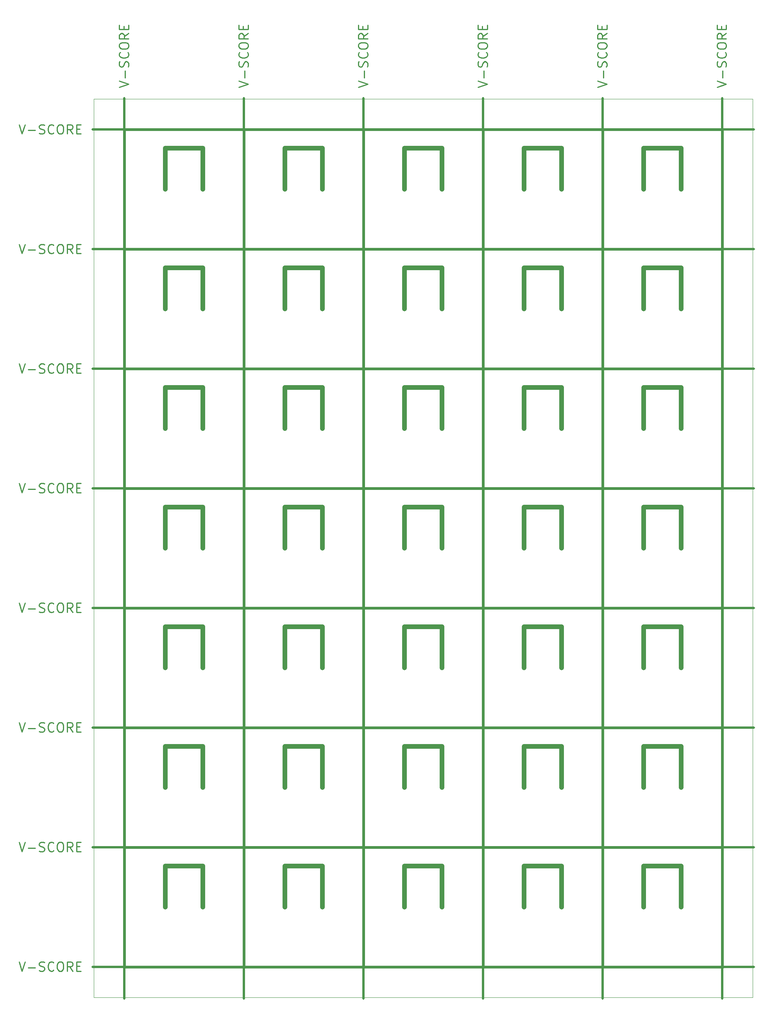
<source format=gko>
%TF.GenerationSoftware,KiCad,Pcbnew,9.0.2*%
%TF.CreationDate,2025-07-22T09:56:55-06:00*%
%TF.ProjectId,SparkFun_STC31_panelized,53706172-6b46-4756-9e5f-53544333315f,v10*%
%TF.SameCoordinates,Original*%
%TF.FileFunction,Soldermask,Bot*%
%TF.FilePolarity,Negative*%
%FSLAX46Y46*%
G04 Gerber Fmt 4.6, Leading zero omitted, Abs format (unit mm)*
G04 Created by KiCad (PCBNEW 9.0.2) date 2025-07-22 09:56:55*
%MOMM*%
%LPD*%
G01*
G04 APERTURE LIST*
%TA.AperFunction,Profile*%
%ADD10C,0.100000*%
%TD*%
%ADD11C,0.250000*%
%ADD12C,0.500000*%
%ADD13C,1.016000*%
G04 APERTURE END LIST*
D10*
X-500000Y-500000D02*
X-500000Y181300000D01*
X129500000Y-500000D02*
X-500000Y-500000D01*
X129500000Y181300000D02*
X129500000Y-500000D01*
X-500000Y181300000D02*
X129500000Y181300000D01*
X-6850000Y-6850000D02*
X-6850000Y187650000D01*
X135850000Y-6850000D02*
X-6850000Y-6850000D01*
X135850000Y187650000D02*
X135850000Y-6850000D01*
X-6850000Y187650000D02*
X135850000Y187650000D01*
X103600000Y180800000D02*
X129000000Y180800000D01*
X129000000Y155400000D01*
X103600000Y155400000D01*
X103600000Y180800000D01*
X103600000Y154900000D02*
X129000000Y154900000D01*
X129000000Y129500000D01*
X103600000Y129500000D01*
X103600000Y154900000D01*
X103600000Y129000000D02*
X129000000Y129000000D01*
X129000000Y103600000D01*
X103600000Y103600000D01*
X103600000Y129000000D01*
X103600000Y103100000D02*
X129000000Y103100000D01*
X129000000Y77700000D01*
X103600000Y77700000D01*
X103600000Y103100000D01*
X103600000Y77200000D02*
X129000000Y77200000D01*
X129000000Y51800000D01*
X103600000Y51800000D01*
X103600000Y77200000D01*
X103600000Y51300000D02*
X129000000Y51300000D01*
X129000000Y25900000D01*
X103600000Y25900000D01*
X103600000Y51300000D01*
X103600000Y25400000D02*
X129000000Y25400000D01*
X129000000Y0D01*
X103600000Y0D01*
X103600000Y25400000D01*
X77700000Y180800000D02*
X103100000Y180800000D01*
X103100000Y155400000D01*
X77700000Y155400000D01*
X77700000Y180800000D01*
X77700000Y154900000D02*
X103100000Y154900000D01*
X103100000Y129500000D01*
X77700000Y129500000D01*
X77700000Y154900000D01*
X77700000Y129000000D02*
X103100000Y129000000D01*
X103100000Y103600000D01*
X77700000Y103600000D01*
X77700000Y129000000D01*
X77700000Y103100000D02*
X103100000Y103100000D01*
X103100000Y77700000D01*
X77700000Y77700000D01*
X77700000Y103100000D01*
X77700000Y77200000D02*
X103100000Y77200000D01*
X103100000Y51800000D01*
X77700000Y51800000D01*
X77700000Y77200000D01*
X77700000Y51300000D02*
X103100000Y51300000D01*
X103100000Y25900000D01*
X77700000Y25900000D01*
X77700000Y51300000D01*
X77700000Y25400000D02*
X103100000Y25400000D01*
X103100000Y0D01*
X77700000Y0D01*
X77700000Y25400000D01*
X51800000Y180800000D02*
X77200000Y180800000D01*
X77200000Y155400000D01*
X51800000Y155400000D01*
X51800000Y180800000D01*
X51800000Y154900000D02*
X77200000Y154900000D01*
X77200000Y129500000D01*
X51800000Y129500000D01*
X51800000Y154900000D01*
X51800000Y129000000D02*
X77200000Y129000000D01*
X77200000Y103600000D01*
X51800000Y103600000D01*
X51800000Y129000000D01*
X51800000Y103100000D02*
X77200000Y103100000D01*
X77200000Y77700000D01*
X51800000Y77700000D01*
X51800000Y103100000D01*
X51800000Y77200000D02*
X77200000Y77200000D01*
X77200000Y51800000D01*
X51800000Y51800000D01*
X51800000Y77200000D01*
X51800000Y51300000D02*
X77200000Y51300000D01*
X77200000Y25900000D01*
X51800000Y25900000D01*
X51800000Y51300000D01*
X51800000Y25400000D02*
X77200000Y25400000D01*
X77200000Y0D01*
X51800000Y0D01*
X51800000Y25400000D01*
X25900000Y180800000D02*
X51300000Y180800000D01*
X51300000Y155400000D01*
X25900000Y155400000D01*
X25900000Y180800000D01*
X25900000Y154900000D02*
X51300000Y154900000D01*
X51300000Y129500000D01*
X25900000Y129500000D01*
X25900000Y154900000D01*
X25900000Y129000000D02*
X51300000Y129000000D01*
X51300000Y103600000D01*
X25900000Y103600000D01*
X25900000Y129000000D01*
X25900000Y103100000D02*
X51300000Y103100000D01*
X51300000Y77700000D01*
X25900000Y77700000D01*
X25900000Y103100000D01*
X25900000Y77200000D02*
X51300000Y77200000D01*
X51300000Y51800000D01*
X25900000Y51800000D01*
X25900000Y77200000D01*
X25900000Y51300000D02*
X51300000Y51300000D01*
X51300000Y25900000D01*
X25900000Y25900000D01*
X25900000Y51300000D01*
X25900000Y25400000D02*
X51300000Y25400000D01*
X51300000Y0D01*
X25900000Y0D01*
X25900000Y25400000D01*
X0Y180800000D02*
X25400000Y180800000D01*
X25400000Y155400000D01*
X0Y155400000D01*
X0Y180800000D01*
X0Y154900000D02*
X25400000Y154900000D01*
X25400000Y129500000D01*
X0Y129500000D01*
X0Y154900000D01*
X0Y129000000D02*
X25400000Y129000000D01*
X25400000Y103600000D01*
X0Y103600000D01*
X0Y129000000D01*
X0Y103100000D02*
X25400000Y103100000D01*
X25400000Y77700000D01*
X0Y77700000D01*
X0Y103100000D01*
X0Y77200000D02*
X25400000Y77200000D01*
X25400000Y51800000D01*
X0Y51800000D01*
X0Y77200000D01*
X0Y51300000D02*
X25400000Y51300000D01*
X25400000Y25900000D01*
X0Y25900000D01*
X0Y51300000D01*
X0Y25400000D02*
X25400000Y25400000D01*
X25400000Y0D01*
X0Y0D01*
X0Y25400000D01*
D11*
X-23073997Y837762D02*
X-22407331Y-1162238D01*
X-22407331Y-1162238D02*
X-21740664Y837762D01*
X-21073997Y-400333D02*
X-19550187Y-400333D01*
X-18693045Y-1067000D02*
X-18407331Y-1162238D01*
X-18407331Y-1162238D02*
X-17931140Y-1162238D01*
X-17931140Y-1162238D02*
X-17740664Y-1067000D01*
X-17740664Y-1067000D02*
X-17645426Y-971761D01*
X-17645426Y-971761D02*
X-17550188Y-781285D01*
X-17550188Y-781285D02*
X-17550188Y-590809D01*
X-17550188Y-590809D02*
X-17645426Y-400333D01*
X-17645426Y-400333D02*
X-17740664Y-305095D01*
X-17740664Y-305095D02*
X-17931140Y-209857D01*
X-17931140Y-209857D02*
X-18312093Y-114619D01*
X-18312093Y-114619D02*
X-18502569Y-19380D01*
X-18502569Y-19380D02*
X-18597807Y75858D01*
X-18597807Y75858D02*
X-18693045Y266334D01*
X-18693045Y266334D02*
X-18693045Y456810D01*
X-18693045Y456810D02*
X-18597807Y647286D01*
X-18597807Y647286D02*
X-18502569Y742524D01*
X-18502569Y742524D02*
X-18312093Y837762D01*
X-18312093Y837762D02*
X-17835902Y837762D01*
X-17835902Y837762D02*
X-17550188Y742524D01*
X-15550188Y-971761D02*
X-15645426Y-1067000D01*
X-15645426Y-1067000D02*
X-15931140Y-1162238D01*
X-15931140Y-1162238D02*
X-16121616Y-1162238D01*
X-16121616Y-1162238D02*
X-16407331Y-1067000D01*
X-16407331Y-1067000D02*
X-16597807Y-876523D01*
X-16597807Y-876523D02*
X-16693045Y-686047D01*
X-16693045Y-686047D02*
X-16788283Y-305095D01*
X-16788283Y-305095D02*
X-16788283Y-19380D01*
X-16788283Y-19380D02*
X-16693045Y361572D01*
X-16693045Y361572D02*
X-16597807Y552048D01*
X-16597807Y552048D02*
X-16407331Y742524D01*
X-16407331Y742524D02*
X-16121616Y837762D01*
X-16121616Y837762D02*
X-15931140Y837762D01*
X-15931140Y837762D02*
X-15645426Y742524D01*
X-15645426Y742524D02*
X-15550188Y647286D01*
X-14312093Y837762D02*
X-13931140Y837762D01*
X-13931140Y837762D02*
X-13740664Y742524D01*
X-13740664Y742524D02*
X-13550188Y552048D01*
X-13550188Y552048D02*
X-13454950Y171096D01*
X-13454950Y171096D02*
X-13454950Y-495571D01*
X-13454950Y-495571D02*
X-13550188Y-876523D01*
X-13550188Y-876523D02*
X-13740664Y-1067000D01*
X-13740664Y-1067000D02*
X-13931140Y-1162238D01*
X-13931140Y-1162238D02*
X-14312093Y-1162238D01*
X-14312093Y-1162238D02*
X-14502569Y-1067000D01*
X-14502569Y-1067000D02*
X-14693045Y-876523D01*
X-14693045Y-876523D02*
X-14788283Y-495571D01*
X-14788283Y-495571D02*
X-14788283Y171096D01*
X-14788283Y171096D02*
X-14693045Y552048D01*
X-14693045Y552048D02*
X-14502569Y742524D01*
X-14502569Y742524D02*
X-14312093Y837762D01*
X-11454950Y-1162238D02*
X-12121617Y-209857D01*
X-12597807Y-1162238D02*
X-12597807Y837762D01*
X-12597807Y837762D02*
X-11835902Y837762D01*
X-11835902Y837762D02*
X-11645426Y742524D01*
X-11645426Y742524D02*
X-11550188Y647286D01*
X-11550188Y647286D02*
X-11454950Y456810D01*
X-11454950Y456810D02*
X-11454950Y171096D01*
X-11454950Y171096D02*
X-11550188Y-19380D01*
X-11550188Y-19380D02*
X-11645426Y-114619D01*
X-11645426Y-114619D02*
X-11835902Y-209857D01*
X-11835902Y-209857D02*
X-12597807Y-209857D01*
X-10597807Y-114619D02*
X-9931140Y-114619D01*
X-9645426Y-1162238D02*
X-10597807Y-1162238D01*
X-10597807Y-1162238D02*
X-10597807Y837762D01*
X-10597807Y837762D02*
X-9645426Y837762D01*
D12*
X-7100000Y-250000D02*
X136100000Y-250000D01*
D11*
X-23073997Y26737762D02*
X-22407331Y24737762D01*
X-22407331Y24737762D02*
X-21740664Y26737762D01*
X-21073997Y25499667D02*
X-19550187Y25499667D01*
X-18693045Y24833000D02*
X-18407331Y24737762D01*
X-18407331Y24737762D02*
X-17931140Y24737762D01*
X-17931140Y24737762D02*
X-17740664Y24833000D01*
X-17740664Y24833000D02*
X-17645426Y24928239D01*
X-17645426Y24928239D02*
X-17550188Y25118715D01*
X-17550188Y25118715D02*
X-17550188Y25309191D01*
X-17550188Y25309191D02*
X-17645426Y25499667D01*
X-17645426Y25499667D02*
X-17740664Y25594905D01*
X-17740664Y25594905D02*
X-17931140Y25690143D01*
X-17931140Y25690143D02*
X-18312093Y25785381D01*
X-18312093Y25785381D02*
X-18502569Y25880620D01*
X-18502569Y25880620D02*
X-18597807Y25975858D01*
X-18597807Y25975858D02*
X-18693045Y26166334D01*
X-18693045Y26166334D02*
X-18693045Y26356810D01*
X-18693045Y26356810D02*
X-18597807Y26547286D01*
X-18597807Y26547286D02*
X-18502569Y26642524D01*
X-18502569Y26642524D02*
X-18312093Y26737762D01*
X-18312093Y26737762D02*
X-17835902Y26737762D01*
X-17835902Y26737762D02*
X-17550188Y26642524D01*
X-15550188Y24928239D02*
X-15645426Y24833000D01*
X-15645426Y24833000D02*
X-15931140Y24737762D01*
X-15931140Y24737762D02*
X-16121616Y24737762D01*
X-16121616Y24737762D02*
X-16407331Y24833000D01*
X-16407331Y24833000D02*
X-16597807Y25023477D01*
X-16597807Y25023477D02*
X-16693045Y25213953D01*
X-16693045Y25213953D02*
X-16788283Y25594905D01*
X-16788283Y25594905D02*
X-16788283Y25880620D01*
X-16788283Y25880620D02*
X-16693045Y26261572D01*
X-16693045Y26261572D02*
X-16597807Y26452048D01*
X-16597807Y26452048D02*
X-16407331Y26642524D01*
X-16407331Y26642524D02*
X-16121616Y26737762D01*
X-16121616Y26737762D02*
X-15931140Y26737762D01*
X-15931140Y26737762D02*
X-15645426Y26642524D01*
X-15645426Y26642524D02*
X-15550188Y26547286D01*
X-14312093Y26737762D02*
X-13931140Y26737762D01*
X-13931140Y26737762D02*
X-13740664Y26642524D01*
X-13740664Y26642524D02*
X-13550188Y26452048D01*
X-13550188Y26452048D02*
X-13454950Y26071096D01*
X-13454950Y26071096D02*
X-13454950Y25404429D01*
X-13454950Y25404429D02*
X-13550188Y25023477D01*
X-13550188Y25023477D02*
X-13740664Y24833000D01*
X-13740664Y24833000D02*
X-13931140Y24737762D01*
X-13931140Y24737762D02*
X-14312093Y24737762D01*
X-14312093Y24737762D02*
X-14502569Y24833000D01*
X-14502569Y24833000D02*
X-14693045Y25023477D01*
X-14693045Y25023477D02*
X-14788283Y25404429D01*
X-14788283Y25404429D02*
X-14788283Y26071096D01*
X-14788283Y26071096D02*
X-14693045Y26452048D01*
X-14693045Y26452048D02*
X-14502569Y26642524D01*
X-14502569Y26642524D02*
X-14312093Y26737762D01*
X-11454950Y24737762D02*
X-12121617Y25690143D01*
X-12597807Y24737762D02*
X-12597807Y26737762D01*
X-12597807Y26737762D02*
X-11835902Y26737762D01*
X-11835902Y26737762D02*
X-11645426Y26642524D01*
X-11645426Y26642524D02*
X-11550188Y26547286D01*
X-11550188Y26547286D02*
X-11454950Y26356810D01*
X-11454950Y26356810D02*
X-11454950Y26071096D01*
X-11454950Y26071096D02*
X-11550188Y25880620D01*
X-11550188Y25880620D02*
X-11645426Y25785381D01*
X-11645426Y25785381D02*
X-11835902Y25690143D01*
X-11835902Y25690143D02*
X-12597807Y25690143D01*
X-10597807Y25785381D02*
X-9931140Y25785381D01*
X-9645426Y24737762D02*
X-10597807Y24737762D01*
X-10597807Y24737762D02*
X-10597807Y26737762D01*
X-10597807Y26737762D02*
X-9645426Y26737762D01*
D12*
X-7100000Y25650000D02*
X136100000Y25650000D01*
D11*
X-23073997Y52637762D02*
X-22407331Y50637762D01*
X-22407331Y50637762D02*
X-21740664Y52637762D01*
X-21073997Y51399667D02*
X-19550187Y51399667D01*
X-18693045Y50733000D02*
X-18407331Y50637762D01*
X-18407331Y50637762D02*
X-17931140Y50637762D01*
X-17931140Y50637762D02*
X-17740664Y50733000D01*
X-17740664Y50733000D02*
X-17645426Y50828239D01*
X-17645426Y50828239D02*
X-17550188Y51018715D01*
X-17550188Y51018715D02*
X-17550188Y51209191D01*
X-17550188Y51209191D02*
X-17645426Y51399667D01*
X-17645426Y51399667D02*
X-17740664Y51494905D01*
X-17740664Y51494905D02*
X-17931140Y51590143D01*
X-17931140Y51590143D02*
X-18312093Y51685381D01*
X-18312093Y51685381D02*
X-18502569Y51780620D01*
X-18502569Y51780620D02*
X-18597807Y51875858D01*
X-18597807Y51875858D02*
X-18693045Y52066334D01*
X-18693045Y52066334D02*
X-18693045Y52256810D01*
X-18693045Y52256810D02*
X-18597807Y52447286D01*
X-18597807Y52447286D02*
X-18502569Y52542524D01*
X-18502569Y52542524D02*
X-18312093Y52637762D01*
X-18312093Y52637762D02*
X-17835902Y52637762D01*
X-17835902Y52637762D02*
X-17550188Y52542524D01*
X-15550188Y50828239D02*
X-15645426Y50733000D01*
X-15645426Y50733000D02*
X-15931140Y50637762D01*
X-15931140Y50637762D02*
X-16121616Y50637762D01*
X-16121616Y50637762D02*
X-16407331Y50733000D01*
X-16407331Y50733000D02*
X-16597807Y50923477D01*
X-16597807Y50923477D02*
X-16693045Y51113953D01*
X-16693045Y51113953D02*
X-16788283Y51494905D01*
X-16788283Y51494905D02*
X-16788283Y51780620D01*
X-16788283Y51780620D02*
X-16693045Y52161572D01*
X-16693045Y52161572D02*
X-16597807Y52352048D01*
X-16597807Y52352048D02*
X-16407331Y52542524D01*
X-16407331Y52542524D02*
X-16121616Y52637762D01*
X-16121616Y52637762D02*
X-15931140Y52637762D01*
X-15931140Y52637762D02*
X-15645426Y52542524D01*
X-15645426Y52542524D02*
X-15550188Y52447286D01*
X-14312093Y52637762D02*
X-13931140Y52637762D01*
X-13931140Y52637762D02*
X-13740664Y52542524D01*
X-13740664Y52542524D02*
X-13550188Y52352048D01*
X-13550188Y52352048D02*
X-13454950Y51971096D01*
X-13454950Y51971096D02*
X-13454950Y51304429D01*
X-13454950Y51304429D02*
X-13550188Y50923477D01*
X-13550188Y50923477D02*
X-13740664Y50733000D01*
X-13740664Y50733000D02*
X-13931140Y50637762D01*
X-13931140Y50637762D02*
X-14312093Y50637762D01*
X-14312093Y50637762D02*
X-14502569Y50733000D01*
X-14502569Y50733000D02*
X-14693045Y50923477D01*
X-14693045Y50923477D02*
X-14788283Y51304429D01*
X-14788283Y51304429D02*
X-14788283Y51971096D01*
X-14788283Y51971096D02*
X-14693045Y52352048D01*
X-14693045Y52352048D02*
X-14502569Y52542524D01*
X-14502569Y52542524D02*
X-14312093Y52637762D01*
X-11454950Y50637762D02*
X-12121617Y51590143D01*
X-12597807Y50637762D02*
X-12597807Y52637762D01*
X-12597807Y52637762D02*
X-11835902Y52637762D01*
X-11835902Y52637762D02*
X-11645426Y52542524D01*
X-11645426Y52542524D02*
X-11550188Y52447286D01*
X-11550188Y52447286D02*
X-11454950Y52256810D01*
X-11454950Y52256810D02*
X-11454950Y51971096D01*
X-11454950Y51971096D02*
X-11550188Y51780620D01*
X-11550188Y51780620D02*
X-11645426Y51685381D01*
X-11645426Y51685381D02*
X-11835902Y51590143D01*
X-11835902Y51590143D02*
X-12597807Y51590143D01*
X-10597807Y51685381D02*
X-9931140Y51685381D01*
X-9645426Y50637762D02*
X-10597807Y50637762D01*
X-10597807Y50637762D02*
X-10597807Y52637762D01*
X-10597807Y52637762D02*
X-9645426Y52637762D01*
D12*
X-7100000Y51550000D02*
X136100000Y51550000D01*
D11*
X-23073997Y78537762D02*
X-22407331Y76537762D01*
X-22407331Y76537762D02*
X-21740664Y78537762D01*
X-21073997Y77299667D02*
X-19550187Y77299667D01*
X-18693045Y76633000D02*
X-18407331Y76537762D01*
X-18407331Y76537762D02*
X-17931140Y76537762D01*
X-17931140Y76537762D02*
X-17740664Y76633000D01*
X-17740664Y76633000D02*
X-17645426Y76728239D01*
X-17645426Y76728239D02*
X-17550188Y76918715D01*
X-17550188Y76918715D02*
X-17550188Y77109191D01*
X-17550188Y77109191D02*
X-17645426Y77299667D01*
X-17645426Y77299667D02*
X-17740664Y77394905D01*
X-17740664Y77394905D02*
X-17931140Y77490143D01*
X-17931140Y77490143D02*
X-18312093Y77585381D01*
X-18312093Y77585381D02*
X-18502569Y77680620D01*
X-18502569Y77680620D02*
X-18597807Y77775858D01*
X-18597807Y77775858D02*
X-18693045Y77966334D01*
X-18693045Y77966334D02*
X-18693045Y78156810D01*
X-18693045Y78156810D02*
X-18597807Y78347286D01*
X-18597807Y78347286D02*
X-18502569Y78442524D01*
X-18502569Y78442524D02*
X-18312093Y78537762D01*
X-18312093Y78537762D02*
X-17835902Y78537762D01*
X-17835902Y78537762D02*
X-17550188Y78442524D01*
X-15550188Y76728239D02*
X-15645426Y76633000D01*
X-15645426Y76633000D02*
X-15931140Y76537762D01*
X-15931140Y76537762D02*
X-16121616Y76537762D01*
X-16121616Y76537762D02*
X-16407331Y76633000D01*
X-16407331Y76633000D02*
X-16597807Y76823477D01*
X-16597807Y76823477D02*
X-16693045Y77013953D01*
X-16693045Y77013953D02*
X-16788283Y77394905D01*
X-16788283Y77394905D02*
X-16788283Y77680620D01*
X-16788283Y77680620D02*
X-16693045Y78061572D01*
X-16693045Y78061572D02*
X-16597807Y78252048D01*
X-16597807Y78252048D02*
X-16407331Y78442524D01*
X-16407331Y78442524D02*
X-16121616Y78537762D01*
X-16121616Y78537762D02*
X-15931140Y78537762D01*
X-15931140Y78537762D02*
X-15645426Y78442524D01*
X-15645426Y78442524D02*
X-15550188Y78347286D01*
X-14312093Y78537762D02*
X-13931140Y78537762D01*
X-13931140Y78537762D02*
X-13740664Y78442524D01*
X-13740664Y78442524D02*
X-13550188Y78252048D01*
X-13550188Y78252048D02*
X-13454950Y77871096D01*
X-13454950Y77871096D02*
X-13454950Y77204429D01*
X-13454950Y77204429D02*
X-13550188Y76823477D01*
X-13550188Y76823477D02*
X-13740664Y76633000D01*
X-13740664Y76633000D02*
X-13931140Y76537762D01*
X-13931140Y76537762D02*
X-14312093Y76537762D01*
X-14312093Y76537762D02*
X-14502569Y76633000D01*
X-14502569Y76633000D02*
X-14693045Y76823477D01*
X-14693045Y76823477D02*
X-14788283Y77204429D01*
X-14788283Y77204429D02*
X-14788283Y77871096D01*
X-14788283Y77871096D02*
X-14693045Y78252048D01*
X-14693045Y78252048D02*
X-14502569Y78442524D01*
X-14502569Y78442524D02*
X-14312093Y78537762D01*
X-11454950Y76537762D02*
X-12121617Y77490143D01*
X-12597807Y76537762D02*
X-12597807Y78537762D01*
X-12597807Y78537762D02*
X-11835902Y78537762D01*
X-11835902Y78537762D02*
X-11645426Y78442524D01*
X-11645426Y78442524D02*
X-11550188Y78347286D01*
X-11550188Y78347286D02*
X-11454950Y78156810D01*
X-11454950Y78156810D02*
X-11454950Y77871096D01*
X-11454950Y77871096D02*
X-11550188Y77680620D01*
X-11550188Y77680620D02*
X-11645426Y77585381D01*
X-11645426Y77585381D02*
X-11835902Y77490143D01*
X-11835902Y77490143D02*
X-12597807Y77490143D01*
X-10597807Y77585381D02*
X-9931140Y77585381D01*
X-9645426Y76537762D02*
X-10597807Y76537762D01*
X-10597807Y76537762D02*
X-10597807Y78537762D01*
X-10597807Y78537762D02*
X-9645426Y78537762D01*
D12*
X-7100000Y77450000D02*
X136100000Y77450000D01*
D11*
X-23073997Y104437762D02*
X-22407331Y102437762D01*
X-22407331Y102437762D02*
X-21740664Y104437762D01*
X-21073997Y103199667D02*
X-19550187Y103199667D01*
X-18693045Y102533000D02*
X-18407331Y102437762D01*
X-18407331Y102437762D02*
X-17931140Y102437762D01*
X-17931140Y102437762D02*
X-17740664Y102533000D01*
X-17740664Y102533000D02*
X-17645426Y102628239D01*
X-17645426Y102628239D02*
X-17550188Y102818715D01*
X-17550188Y102818715D02*
X-17550188Y103009191D01*
X-17550188Y103009191D02*
X-17645426Y103199667D01*
X-17645426Y103199667D02*
X-17740664Y103294905D01*
X-17740664Y103294905D02*
X-17931140Y103390143D01*
X-17931140Y103390143D02*
X-18312093Y103485381D01*
X-18312093Y103485381D02*
X-18502569Y103580620D01*
X-18502569Y103580620D02*
X-18597807Y103675858D01*
X-18597807Y103675858D02*
X-18693045Y103866334D01*
X-18693045Y103866334D02*
X-18693045Y104056810D01*
X-18693045Y104056810D02*
X-18597807Y104247286D01*
X-18597807Y104247286D02*
X-18502569Y104342524D01*
X-18502569Y104342524D02*
X-18312093Y104437762D01*
X-18312093Y104437762D02*
X-17835902Y104437762D01*
X-17835902Y104437762D02*
X-17550188Y104342524D01*
X-15550188Y102628239D02*
X-15645426Y102533000D01*
X-15645426Y102533000D02*
X-15931140Y102437762D01*
X-15931140Y102437762D02*
X-16121616Y102437762D01*
X-16121616Y102437762D02*
X-16407331Y102533000D01*
X-16407331Y102533000D02*
X-16597807Y102723477D01*
X-16597807Y102723477D02*
X-16693045Y102913953D01*
X-16693045Y102913953D02*
X-16788283Y103294905D01*
X-16788283Y103294905D02*
X-16788283Y103580620D01*
X-16788283Y103580620D02*
X-16693045Y103961572D01*
X-16693045Y103961572D02*
X-16597807Y104152048D01*
X-16597807Y104152048D02*
X-16407331Y104342524D01*
X-16407331Y104342524D02*
X-16121616Y104437762D01*
X-16121616Y104437762D02*
X-15931140Y104437762D01*
X-15931140Y104437762D02*
X-15645426Y104342524D01*
X-15645426Y104342524D02*
X-15550188Y104247286D01*
X-14312093Y104437762D02*
X-13931140Y104437762D01*
X-13931140Y104437762D02*
X-13740664Y104342524D01*
X-13740664Y104342524D02*
X-13550188Y104152048D01*
X-13550188Y104152048D02*
X-13454950Y103771096D01*
X-13454950Y103771096D02*
X-13454950Y103104429D01*
X-13454950Y103104429D02*
X-13550188Y102723477D01*
X-13550188Y102723477D02*
X-13740664Y102533000D01*
X-13740664Y102533000D02*
X-13931140Y102437762D01*
X-13931140Y102437762D02*
X-14312093Y102437762D01*
X-14312093Y102437762D02*
X-14502569Y102533000D01*
X-14502569Y102533000D02*
X-14693045Y102723477D01*
X-14693045Y102723477D02*
X-14788283Y103104429D01*
X-14788283Y103104429D02*
X-14788283Y103771096D01*
X-14788283Y103771096D02*
X-14693045Y104152048D01*
X-14693045Y104152048D02*
X-14502569Y104342524D01*
X-14502569Y104342524D02*
X-14312093Y104437762D01*
X-11454950Y102437762D02*
X-12121617Y103390143D01*
X-12597807Y102437762D02*
X-12597807Y104437762D01*
X-12597807Y104437762D02*
X-11835902Y104437762D01*
X-11835902Y104437762D02*
X-11645426Y104342524D01*
X-11645426Y104342524D02*
X-11550188Y104247286D01*
X-11550188Y104247286D02*
X-11454950Y104056810D01*
X-11454950Y104056810D02*
X-11454950Y103771096D01*
X-11454950Y103771096D02*
X-11550188Y103580620D01*
X-11550188Y103580620D02*
X-11645426Y103485381D01*
X-11645426Y103485381D02*
X-11835902Y103390143D01*
X-11835902Y103390143D02*
X-12597807Y103390143D01*
X-10597807Y103485381D02*
X-9931140Y103485381D01*
X-9645426Y102437762D02*
X-10597807Y102437762D01*
X-10597807Y102437762D02*
X-10597807Y104437762D01*
X-10597807Y104437762D02*
X-9645426Y104437762D01*
D12*
X-7100000Y103350000D02*
X136100000Y103350000D01*
D11*
X-23073997Y130337761D02*
X-22407331Y128337761D01*
X-22407331Y128337761D02*
X-21740664Y130337761D01*
X-21073997Y129099666D02*
X-19550187Y129099666D01*
X-18693045Y128433000D02*
X-18407331Y128337761D01*
X-18407331Y128337761D02*
X-17931140Y128337761D01*
X-17931140Y128337761D02*
X-17740664Y128433000D01*
X-17740664Y128433000D02*
X-17645426Y128528238D01*
X-17645426Y128528238D02*
X-17550188Y128718714D01*
X-17550188Y128718714D02*
X-17550188Y128909190D01*
X-17550188Y128909190D02*
X-17645426Y129099666D01*
X-17645426Y129099666D02*
X-17740664Y129194904D01*
X-17740664Y129194904D02*
X-17931140Y129290142D01*
X-17931140Y129290142D02*
X-18312093Y129385380D01*
X-18312093Y129385380D02*
X-18502569Y129480619D01*
X-18502569Y129480619D02*
X-18597807Y129575857D01*
X-18597807Y129575857D02*
X-18693045Y129766333D01*
X-18693045Y129766333D02*
X-18693045Y129956809D01*
X-18693045Y129956809D02*
X-18597807Y130147285D01*
X-18597807Y130147285D02*
X-18502569Y130242523D01*
X-18502569Y130242523D02*
X-18312093Y130337761D01*
X-18312093Y130337761D02*
X-17835902Y130337761D01*
X-17835902Y130337761D02*
X-17550188Y130242523D01*
X-15550188Y128528238D02*
X-15645426Y128433000D01*
X-15645426Y128433000D02*
X-15931140Y128337761D01*
X-15931140Y128337761D02*
X-16121616Y128337761D01*
X-16121616Y128337761D02*
X-16407331Y128433000D01*
X-16407331Y128433000D02*
X-16597807Y128623476D01*
X-16597807Y128623476D02*
X-16693045Y128813952D01*
X-16693045Y128813952D02*
X-16788283Y129194904D01*
X-16788283Y129194904D02*
X-16788283Y129480619D01*
X-16788283Y129480619D02*
X-16693045Y129861571D01*
X-16693045Y129861571D02*
X-16597807Y130052047D01*
X-16597807Y130052047D02*
X-16407331Y130242523D01*
X-16407331Y130242523D02*
X-16121616Y130337761D01*
X-16121616Y130337761D02*
X-15931140Y130337761D01*
X-15931140Y130337761D02*
X-15645426Y130242523D01*
X-15645426Y130242523D02*
X-15550188Y130147285D01*
X-14312093Y130337761D02*
X-13931140Y130337761D01*
X-13931140Y130337761D02*
X-13740664Y130242523D01*
X-13740664Y130242523D02*
X-13550188Y130052047D01*
X-13550188Y130052047D02*
X-13454950Y129671095D01*
X-13454950Y129671095D02*
X-13454950Y129004428D01*
X-13454950Y129004428D02*
X-13550188Y128623476D01*
X-13550188Y128623476D02*
X-13740664Y128433000D01*
X-13740664Y128433000D02*
X-13931140Y128337761D01*
X-13931140Y128337761D02*
X-14312093Y128337761D01*
X-14312093Y128337761D02*
X-14502569Y128433000D01*
X-14502569Y128433000D02*
X-14693045Y128623476D01*
X-14693045Y128623476D02*
X-14788283Y129004428D01*
X-14788283Y129004428D02*
X-14788283Y129671095D01*
X-14788283Y129671095D02*
X-14693045Y130052047D01*
X-14693045Y130052047D02*
X-14502569Y130242523D01*
X-14502569Y130242523D02*
X-14312093Y130337761D01*
X-11454950Y128337761D02*
X-12121617Y129290142D01*
X-12597807Y128337761D02*
X-12597807Y130337761D01*
X-12597807Y130337761D02*
X-11835902Y130337761D01*
X-11835902Y130337761D02*
X-11645426Y130242523D01*
X-11645426Y130242523D02*
X-11550188Y130147285D01*
X-11550188Y130147285D02*
X-11454950Y129956809D01*
X-11454950Y129956809D02*
X-11454950Y129671095D01*
X-11454950Y129671095D02*
X-11550188Y129480619D01*
X-11550188Y129480619D02*
X-11645426Y129385380D01*
X-11645426Y129385380D02*
X-11835902Y129290142D01*
X-11835902Y129290142D02*
X-12597807Y129290142D01*
X-10597807Y129385380D02*
X-9931140Y129385380D01*
X-9645426Y128337761D02*
X-10597807Y128337761D01*
X-10597807Y128337761D02*
X-10597807Y130337761D01*
X-10597807Y130337761D02*
X-9645426Y130337761D01*
D12*
X-7100000Y129250000D02*
X136100000Y129250000D01*
D11*
X-23073997Y156237761D02*
X-22407331Y154237761D01*
X-22407331Y154237761D02*
X-21740664Y156237761D01*
X-21073997Y154999666D02*
X-19550187Y154999666D01*
X-18693045Y154333000D02*
X-18407331Y154237761D01*
X-18407331Y154237761D02*
X-17931140Y154237761D01*
X-17931140Y154237761D02*
X-17740664Y154333000D01*
X-17740664Y154333000D02*
X-17645426Y154428238D01*
X-17645426Y154428238D02*
X-17550188Y154618714D01*
X-17550188Y154618714D02*
X-17550188Y154809190D01*
X-17550188Y154809190D02*
X-17645426Y154999666D01*
X-17645426Y154999666D02*
X-17740664Y155094904D01*
X-17740664Y155094904D02*
X-17931140Y155190142D01*
X-17931140Y155190142D02*
X-18312093Y155285380D01*
X-18312093Y155285380D02*
X-18502569Y155380619D01*
X-18502569Y155380619D02*
X-18597807Y155475857D01*
X-18597807Y155475857D02*
X-18693045Y155666333D01*
X-18693045Y155666333D02*
X-18693045Y155856809D01*
X-18693045Y155856809D02*
X-18597807Y156047285D01*
X-18597807Y156047285D02*
X-18502569Y156142523D01*
X-18502569Y156142523D02*
X-18312093Y156237761D01*
X-18312093Y156237761D02*
X-17835902Y156237761D01*
X-17835902Y156237761D02*
X-17550188Y156142523D01*
X-15550188Y154428238D02*
X-15645426Y154333000D01*
X-15645426Y154333000D02*
X-15931140Y154237761D01*
X-15931140Y154237761D02*
X-16121616Y154237761D01*
X-16121616Y154237761D02*
X-16407331Y154333000D01*
X-16407331Y154333000D02*
X-16597807Y154523476D01*
X-16597807Y154523476D02*
X-16693045Y154713952D01*
X-16693045Y154713952D02*
X-16788283Y155094904D01*
X-16788283Y155094904D02*
X-16788283Y155380619D01*
X-16788283Y155380619D02*
X-16693045Y155761571D01*
X-16693045Y155761571D02*
X-16597807Y155952047D01*
X-16597807Y155952047D02*
X-16407331Y156142523D01*
X-16407331Y156142523D02*
X-16121616Y156237761D01*
X-16121616Y156237761D02*
X-15931140Y156237761D01*
X-15931140Y156237761D02*
X-15645426Y156142523D01*
X-15645426Y156142523D02*
X-15550188Y156047285D01*
X-14312093Y156237761D02*
X-13931140Y156237761D01*
X-13931140Y156237761D02*
X-13740664Y156142523D01*
X-13740664Y156142523D02*
X-13550188Y155952047D01*
X-13550188Y155952047D02*
X-13454950Y155571095D01*
X-13454950Y155571095D02*
X-13454950Y154904428D01*
X-13454950Y154904428D02*
X-13550188Y154523476D01*
X-13550188Y154523476D02*
X-13740664Y154333000D01*
X-13740664Y154333000D02*
X-13931140Y154237761D01*
X-13931140Y154237761D02*
X-14312093Y154237761D01*
X-14312093Y154237761D02*
X-14502569Y154333000D01*
X-14502569Y154333000D02*
X-14693045Y154523476D01*
X-14693045Y154523476D02*
X-14788283Y154904428D01*
X-14788283Y154904428D02*
X-14788283Y155571095D01*
X-14788283Y155571095D02*
X-14693045Y155952047D01*
X-14693045Y155952047D02*
X-14502569Y156142523D01*
X-14502569Y156142523D02*
X-14312093Y156237761D01*
X-11454950Y154237761D02*
X-12121617Y155190142D01*
X-12597807Y154237761D02*
X-12597807Y156237761D01*
X-12597807Y156237761D02*
X-11835902Y156237761D01*
X-11835902Y156237761D02*
X-11645426Y156142523D01*
X-11645426Y156142523D02*
X-11550188Y156047285D01*
X-11550188Y156047285D02*
X-11454950Y155856809D01*
X-11454950Y155856809D02*
X-11454950Y155571095D01*
X-11454950Y155571095D02*
X-11550188Y155380619D01*
X-11550188Y155380619D02*
X-11645426Y155285380D01*
X-11645426Y155285380D02*
X-11835902Y155190142D01*
X-11835902Y155190142D02*
X-12597807Y155190142D01*
X-10597807Y155285380D02*
X-9931140Y155285380D01*
X-9645426Y154237761D02*
X-10597807Y154237761D01*
X-10597807Y154237761D02*
X-10597807Y156237761D01*
X-10597807Y156237761D02*
X-9645426Y156237761D01*
D12*
X-7100000Y155150000D02*
X136100000Y155150000D01*
D11*
X-23073997Y182137761D02*
X-22407331Y180137761D01*
X-22407331Y180137761D02*
X-21740664Y182137761D01*
X-21073997Y180899666D02*
X-19550187Y180899666D01*
X-18693045Y180233000D02*
X-18407331Y180137761D01*
X-18407331Y180137761D02*
X-17931140Y180137761D01*
X-17931140Y180137761D02*
X-17740664Y180233000D01*
X-17740664Y180233000D02*
X-17645426Y180328238D01*
X-17645426Y180328238D02*
X-17550188Y180518714D01*
X-17550188Y180518714D02*
X-17550188Y180709190D01*
X-17550188Y180709190D02*
X-17645426Y180899666D01*
X-17645426Y180899666D02*
X-17740664Y180994904D01*
X-17740664Y180994904D02*
X-17931140Y181090142D01*
X-17931140Y181090142D02*
X-18312093Y181185380D01*
X-18312093Y181185380D02*
X-18502569Y181280619D01*
X-18502569Y181280619D02*
X-18597807Y181375857D01*
X-18597807Y181375857D02*
X-18693045Y181566333D01*
X-18693045Y181566333D02*
X-18693045Y181756809D01*
X-18693045Y181756809D02*
X-18597807Y181947285D01*
X-18597807Y181947285D02*
X-18502569Y182042523D01*
X-18502569Y182042523D02*
X-18312093Y182137761D01*
X-18312093Y182137761D02*
X-17835902Y182137761D01*
X-17835902Y182137761D02*
X-17550188Y182042523D01*
X-15550188Y180328238D02*
X-15645426Y180233000D01*
X-15645426Y180233000D02*
X-15931140Y180137761D01*
X-15931140Y180137761D02*
X-16121616Y180137761D01*
X-16121616Y180137761D02*
X-16407331Y180233000D01*
X-16407331Y180233000D02*
X-16597807Y180423476D01*
X-16597807Y180423476D02*
X-16693045Y180613952D01*
X-16693045Y180613952D02*
X-16788283Y180994904D01*
X-16788283Y180994904D02*
X-16788283Y181280619D01*
X-16788283Y181280619D02*
X-16693045Y181661571D01*
X-16693045Y181661571D02*
X-16597807Y181852047D01*
X-16597807Y181852047D02*
X-16407331Y182042523D01*
X-16407331Y182042523D02*
X-16121616Y182137761D01*
X-16121616Y182137761D02*
X-15931140Y182137761D01*
X-15931140Y182137761D02*
X-15645426Y182042523D01*
X-15645426Y182042523D02*
X-15550188Y181947285D01*
X-14312093Y182137761D02*
X-13931140Y182137761D01*
X-13931140Y182137761D02*
X-13740664Y182042523D01*
X-13740664Y182042523D02*
X-13550188Y181852047D01*
X-13550188Y181852047D02*
X-13454950Y181471095D01*
X-13454950Y181471095D02*
X-13454950Y180804428D01*
X-13454950Y180804428D02*
X-13550188Y180423476D01*
X-13550188Y180423476D02*
X-13740664Y180233000D01*
X-13740664Y180233000D02*
X-13931140Y180137761D01*
X-13931140Y180137761D02*
X-14312093Y180137761D01*
X-14312093Y180137761D02*
X-14502569Y180233000D01*
X-14502569Y180233000D02*
X-14693045Y180423476D01*
X-14693045Y180423476D02*
X-14788283Y180804428D01*
X-14788283Y180804428D02*
X-14788283Y181471095D01*
X-14788283Y181471095D02*
X-14693045Y181852047D01*
X-14693045Y181852047D02*
X-14502569Y182042523D01*
X-14502569Y182042523D02*
X-14312093Y182137761D01*
X-11454950Y180137761D02*
X-12121617Y181090142D01*
X-12597807Y180137761D02*
X-12597807Y182137761D01*
X-12597807Y182137761D02*
X-11835902Y182137761D01*
X-11835902Y182137761D02*
X-11645426Y182042523D01*
X-11645426Y182042523D02*
X-11550188Y181947285D01*
X-11550188Y181947285D02*
X-11454950Y181756809D01*
X-11454950Y181756809D02*
X-11454950Y181471095D01*
X-11454950Y181471095D02*
X-11550188Y181280619D01*
X-11550188Y181280619D02*
X-11645426Y181185380D01*
X-11645426Y181185380D02*
X-11835902Y181090142D01*
X-11835902Y181090142D02*
X-12597807Y181090142D01*
X-10597807Y181185380D02*
X-9931140Y181185380D01*
X-9645426Y180137761D02*
X-10597807Y180137761D01*
X-10597807Y180137761D02*
X-10597807Y182137761D01*
X-10597807Y182137761D02*
X-9645426Y182137761D01*
D12*
X-7100000Y181050000D02*
X136100000Y181050000D01*
D11*
X128162238Y190254949D02*
X130162238Y190921615D01*
X130162238Y190921615D02*
X128162238Y191588282D01*
X129400333Y192254949D02*
X129400333Y193778759D01*
X130067000Y194635901D02*
X130162238Y194921615D01*
X130162238Y194921615D02*
X130162238Y195397806D01*
X130162238Y195397806D02*
X130067000Y195588282D01*
X130067000Y195588282D02*
X129971761Y195683520D01*
X129971761Y195683520D02*
X129781285Y195778758D01*
X129781285Y195778758D02*
X129590809Y195778758D01*
X129590809Y195778758D02*
X129400333Y195683520D01*
X129400333Y195683520D02*
X129305095Y195588282D01*
X129305095Y195588282D02*
X129209857Y195397806D01*
X129209857Y195397806D02*
X129114619Y195016853D01*
X129114619Y195016853D02*
X129019380Y194826377D01*
X129019380Y194826377D02*
X128924142Y194731139D01*
X128924142Y194731139D02*
X128733666Y194635901D01*
X128733666Y194635901D02*
X128543190Y194635901D01*
X128543190Y194635901D02*
X128352714Y194731139D01*
X128352714Y194731139D02*
X128257476Y194826377D01*
X128257476Y194826377D02*
X128162238Y195016853D01*
X128162238Y195016853D02*
X128162238Y195493044D01*
X128162238Y195493044D02*
X128257476Y195778758D01*
X129971761Y197778758D02*
X130067000Y197683520D01*
X130067000Y197683520D02*
X130162238Y197397806D01*
X130162238Y197397806D02*
X130162238Y197207330D01*
X130162238Y197207330D02*
X130067000Y196921615D01*
X130067000Y196921615D02*
X129876523Y196731139D01*
X129876523Y196731139D02*
X129686047Y196635901D01*
X129686047Y196635901D02*
X129305095Y196540663D01*
X129305095Y196540663D02*
X129019380Y196540663D01*
X129019380Y196540663D02*
X128638428Y196635901D01*
X128638428Y196635901D02*
X128447952Y196731139D01*
X128447952Y196731139D02*
X128257476Y196921615D01*
X128257476Y196921615D02*
X128162238Y197207330D01*
X128162238Y197207330D02*
X128162238Y197397806D01*
X128162238Y197397806D02*
X128257476Y197683520D01*
X128257476Y197683520D02*
X128352714Y197778758D01*
X128162238Y199016853D02*
X128162238Y199397806D01*
X128162238Y199397806D02*
X128257476Y199588282D01*
X128257476Y199588282D02*
X128447952Y199778758D01*
X128447952Y199778758D02*
X128828904Y199873996D01*
X128828904Y199873996D02*
X129495571Y199873996D01*
X129495571Y199873996D02*
X129876523Y199778758D01*
X129876523Y199778758D02*
X130067000Y199588282D01*
X130067000Y199588282D02*
X130162238Y199397806D01*
X130162238Y199397806D02*
X130162238Y199016853D01*
X130162238Y199016853D02*
X130067000Y198826377D01*
X130067000Y198826377D02*
X129876523Y198635901D01*
X129876523Y198635901D02*
X129495571Y198540663D01*
X129495571Y198540663D02*
X128828904Y198540663D01*
X128828904Y198540663D02*
X128447952Y198635901D01*
X128447952Y198635901D02*
X128257476Y198826377D01*
X128257476Y198826377D02*
X128162238Y199016853D01*
X130162238Y201873996D02*
X129209857Y201207329D01*
X130162238Y200731139D02*
X128162238Y200731139D01*
X128162238Y200731139D02*
X128162238Y201493044D01*
X128162238Y201493044D02*
X128257476Y201683520D01*
X128257476Y201683520D02*
X128352714Y201778758D01*
X128352714Y201778758D02*
X128543190Y201873996D01*
X128543190Y201873996D02*
X128828904Y201873996D01*
X128828904Y201873996D02*
X129019380Y201778758D01*
X129019380Y201778758D02*
X129114619Y201683520D01*
X129114619Y201683520D02*
X129209857Y201493044D01*
X129209857Y201493044D02*
X129209857Y200731139D01*
X129114619Y202731139D02*
X129114619Y203397806D01*
X130162238Y203683520D02*
X130162238Y202731139D01*
X130162238Y202731139D02*
X128162238Y202731139D01*
X128162238Y202731139D02*
X128162238Y203683520D01*
D12*
X129250000Y187900000D02*
X129250000Y-7100000D01*
D11*
X102262238Y190254949D02*
X104262238Y190921615D01*
X104262238Y190921615D02*
X102262238Y191588282D01*
X103500333Y192254949D02*
X103500333Y193778759D01*
X104167000Y194635901D02*
X104262238Y194921615D01*
X104262238Y194921615D02*
X104262238Y195397806D01*
X104262238Y195397806D02*
X104167000Y195588282D01*
X104167000Y195588282D02*
X104071761Y195683520D01*
X104071761Y195683520D02*
X103881285Y195778758D01*
X103881285Y195778758D02*
X103690809Y195778758D01*
X103690809Y195778758D02*
X103500333Y195683520D01*
X103500333Y195683520D02*
X103405095Y195588282D01*
X103405095Y195588282D02*
X103309857Y195397806D01*
X103309857Y195397806D02*
X103214619Y195016853D01*
X103214619Y195016853D02*
X103119380Y194826377D01*
X103119380Y194826377D02*
X103024142Y194731139D01*
X103024142Y194731139D02*
X102833666Y194635901D01*
X102833666Y194635901D02*
X102643190Y194635901D01*
X102643190Y194635901D02*
X102452714Y194731139D01*
X102452714Y194731139D02*
X102357476Y194826377D01*
X102357476Y194826377D02*
X102262238Y195016853D01*
X102262238Y195016853D02*
X102262238Y195493044D01*
X102262238Y195493044D02*
X102357476Y195778758D01*
X104071761Y197778758D02*
X104167000Y197683520D01*
X104167000Y197683520D02*
X104262238Y197397806D01*
X104262238Y197397806D02*
X104262238Y197207330D01*
X104262238Y197207330D02*
X104167000Y196921615D01*
X104167000Y196921615D02*
X103976523Y196731139D01*
X103976523Y196731139D02*
X103786047Y196635901D01*
X103786047Y196635901D02*
X103405095Y196540663D01*
X103405095Y196540663D02*
X103119380Y196540663D01*
X103119380Y196540663D02*
X102738428Y196635901D01*
X102738428Y196635901D02*
X102547952Y196731139D01*
X102547952Y196731139D02*
X102357476Y196921615D01*
X102357476Y196921615D02*
X102262238Y197207330D01*
X102262238Y197207330D02*
X102262238Y197397806D01*
X102262238Y197397806D02*
X102357476Y197683520D01*
X102357476Y197683520D02*
X102452714Y197778758D01*
X102262238Y199016853D02*
X102262238Y199397806D01*
X102262238Y199397806D02*
X102357476Y199588282D01*
X102357476Y199588282D02*
X102547952Y199778758D01*
X102547952Y199778758D02*
X102928904Y199873996D01*
X102928904Y199873996D02*
X103595571Y199873996D01*
X103595571Y199873996D02*
X103976523Y199778758D01*
X103976523Y199778758D02*
X104167000Y199588282D01*
X104167000Y199588282D02*
X104262238Y199397806D01*
X104262238Y199397806D02*
X104262238Y199016853D01*
X104262238Y199016853D02*
X104167000Y198826377D01*
X104167000Y198826377D02*
X103976523Y198635901D01*
X103976523Y198635901D02*
X103595571Y198540663D01*
X103595571Y198540663D02*
X102928904Y198540663D01*
X102928904Y198540663D02*
X102547952Y198635901D01*
X102547952Y198635901D02*
X102357476Y198826377D01*
X102357476Y198826377D02*
X102262238Y199016853D01*
X104262238Y201873996D02*
X103309857Y201207329D01*
X104262238Y200731139D02*
X102262238Y200731139D01*
X102262238Y200731139D02*
X102262238Y201493044D01*
X102262238Y201493044D02*
X102357476Y201683520D01*
X102357476Y201683520D02*
X102452714Y201778758D01*
X102452714Y201778758D02*
X102643190Y201873996D01*
X102643190Y201873996D02*
X102928904Y201873996D01*
X102928904Y201873996D02*
X103119380Y201778758D01*
X103119380Y201778758D02*
X103214619Y201683520D01*
X103214619Y201683520D02*
X103309857Y201493044D01*
X103309857Y201493044D02*
X103309857Y200731139D01*
X103214619Y202731139D02*
X103214619Y203397806D01*
X104262238Y203683520D02*
X104262238Y202731139D01*
X104262238Y202731139D02*
X102262238Y202731139D01*
X102262238Y202731139D02*
X102262238Y203683520D01*
D12*
X103350000Y187900000D02*
X103350000Y-7100000D01*
D11*
X76362238Y190254949D02*
X78362238Y190921615D01*
X78362238Y190921615D02*
X76362238Y191588282D01*
X77600333Y192254949D02*
X77600333Y193778759D01*
X78267000Y194635901D02*
X78362238Y194921615D01*
X78362238Y194921615D02*
X78362238Y195397806D01*
X78362238Y195397806D02*
X78267000Y195588282D01*
X78267000Y195588282D02*
X78171761Y195683520D01*
X78171761Y195683520D02*
X77981285Y195778758D01*
X77981285Y195778758D02*
X77790809Y195778758D01*
X77790809Y195778758D02*
X77600333Y195683520D01*
X77600333Y195683520D02*
X77505095Y195588282D01*
X77505095Y195588282D02*
X77409857Y195397806D01*
X77409857Y195397806D02*
X77314619Y195016853D01*
X77314619Y195016853D02*
X77219380Y194826377D01*
X77219380Y194826377D02*
X77124142Y194731139D01*
X77124142Y194731139D02*
X76933666Y194635901D01*
X76933666Y194635901D02*
X76743190Y194635901D01*
X76743190Y194635901D02*
X76552714Y194731139D01*
X76552714Y194731139D02*
X76457476Y194826377D01*
X76457476Y194826377D02*
X76362238Y195016853D01*
X76362238Y195016853D02*
X76362238Y195493044D01*
X76362238Y195493044D02*
X76457476Y195778758D01*
X78171761Y197778758D02*
X78267000Y197683520D01*
X78267000Y197683520D02*
X78362238Y197397806D01*
X78362238Y197397806D02*
X78362238Y197207330D01*
X78362238Y197207330D02*
X78267000Y196921615D01*
X78267000Y196921615D02*
X78076523Y196731139D01*
X78076523Y196731139D02*
X77886047Y196635901D01*
X77886047Y196635901D02*
X77505095Y196540663D01*
X77505095Y196540663D02*
X77219380Y196540663D01*
X77219380Y196540663D02*
X76838428Y196635901D01*
X76838428Y196635901D02*
X76647952Y196731139D01*
X76647952Y196731139D02*
X76457476Y196921615D01*
X76457476Y196921615D02*
X76362238Y197207330D01*
X76362238Y197207330D02*
X76362238Y197397806D01*
X76362238Y197397806D02*
X76457476Y197683520D01*
X76457476Y197683520D02*
X76552714Y197778758D01*
X76362238Y199016853D02*
X76362238Y199397806D01*
X76362238Y199397806D02*
X76457476Y199588282D01*
X76457476Y199588282D02*
X76647952Y199778758D01*
X76647952Y199778758D02*
X77028904Y199873996D01*
X77028904Y199873996D02*
X77695571Y199873996D01*
X77695571Y199873996D02*
X78076523Y199778758D01*
X78076523Y199778758D02*
X78267000Y199588282D01*
X78267000Y199588282D02*
X78362238Y199397806D01*
X78362238Y199397806D02*
X78362238Y199016853D01*
X78362238Y199016853D02*
X78267000Y198826377D01*
X78267000Y198826377D02*
X78076523Y198635901D01*
X78076523Y198635901D02*
X77695571Y198540663D01*
X77695571Y198540663D02*
X77028904Y198540663D01*
X77028904Y198540663D02*
X76647952Y198635901D01*
X76647952Y198635901D02*
X76457476Y198826377D01*
X76457476Y198826377D02*
X76362238Y199016853D01*
X78362238Y201873996D02*
X77409857Y201207329D01*
X78362238Y200731139D02*
X76362238Y200731139D01*
X76362238Y200731139D02*
X76362238Y201493044D01*
X76362238Y201493044D02*
X76457476Y201683520D01*
X76457476Y201683520D02*
X76552714Y201778758D01*
X76552714Y201778758D02*
X76743190Y201873996D01*
X76743190Y201873996D02*
X77028904Y201873996D01*
X77028904Y201873996D02*
X77219380Y201778758D01*
X77219380Y201778758D02*
X77314619Y201683520D01*
X77314619Y201683520D02*
X77409857Y201493044D01*
X77409857Y201493044D02*
X77409857Y200731139D01*
X77314619Y202731139D02*
X77314619Y203397806D01*
X78362238Y203683520D02*
X78362238Y202731139D01*
X78362238Y202731139D02*
X76362238Y202731139D01*
X76362238Y202731139D02*
X76362238Y203683520D01*
D12*
X77450000Y187900000D02*
X77450000Y-7100000D01*
D11*
X50462238Y190254949D02*
X52462238Y190921615D01*
X52462238Y190921615D02*
X50462238Y191588282D01*
X51700333Y192254949D02*
X51700333Y193778759D01*
X52367000Y194635901D02*
X52462238Y194921615D01*
X52462238Y194921615D02*
X52462238Y195397806D01*
X52462238Y195397806D02*
X52367000Y195588282D01*
X52367000Y195588282D02*
X52271761Y195683520D01*
X52271761Y195683520D02*
X52081285Y195778758D01*
X52081285Y195778758D02*
X51890809Y195778758D01*
X51890809Y195778758D02*
X51700333Y195683520D01*
X51700333Y195683520D02*
X51605095Y195588282D01*
X51605095Y195588282D02*
X51509857Y195397806D01*
X51509857Y195397806D02*
X51414619Y195016853D01*
X51414619Y195016853D02*
X51319380Y194826377D01*
X51319380Y194826377D02*
X51224142Y194731139D01*
X51224142Y194731139D02*
X51033666Y194635901D01*
X51033666Y194635901D02*
X50843190Y194635901D01*
X50843190Y194635901D02*
X50652714Y194731139D01*
X50652714Y194731139D02*
X50557476Y194826377D01*
X50557476Y194826377D02*
X50462238Y195016853D01*
X50462238Y195016853D02*
X50462238Y195493044D01*
X50462238Y195493044D02*
X50557476Y195778758D01*
X52271761Y197778758D02*
X52367000Y197683520D01*
X52367000Y197683520D02*
X52462238Y197397806D01*
X52462238Y197397806D02*
X52462238Y197207330D01*
X52462238Y197207330D02*
X52367000Y196921615D01*
X52367000Y196921615D02*
X52176523Y196731139D01*
X52176523Y196731139D02*
X51986047Y196635901D01*
X51986047Y196635901D02*
X51605095Y196540663D01*
X51605095Y196540663D02*
X51319380Y196540663D01*
X51319380Y196540663D02*
X50938428Y196635901D01*
X50938428Y196635901D02*
X50747952Y196731139D01*
X50747952Y196731139D02*
X50557476Y196921615D01*
X50557476Y196921615D02*
X50462238Y197207330D01*
X50462238Y197207330D02*
X50462238Y197397806D01*
X50462238Y197397806D02*
X50557476Y197683520D01*
X50557476Y197683520D02*
X50652714Y197778758D01*
X50462238Y199016853D02*
X50462238Y199397806D01*
X50462238Y199397806D02*
X50557476Y199588282D01*
X50557476Y199588282D02*
X50747952Y199778758D01*
X50747952Y199778758D02*
X51128904Y199873996D01*
X51128904Y199873996D02*
X51795571Y199873996D01*
X51795571Y199873996D02*
X52176523Y199778758D01*
X52176523Y199778758D02*
X52367000Y199588282D01*
X52367000Y199588282D02*
X52462238Y199397806D01*
X52462238Y199397806D02*
X52462238Y199016853D01*
X52462238Y199016853D02*
X52367000Y198826377D01*
X52367000Y198826377D02*
X52176523Y198635901D01*
X52176523Y198635901D02*
X51795571Y198540663D01*
X51795571Y198540663D02*
X51128904Y198540663D01*
X51128904Y198540663D02*
X50747952Y198635901D01*
X50747952Y198635901D02*
X50557476Y198826377D01*
X50557476Y198826377D02*
X50462238Y199016853D01*
X52462238Y201873996D02*
X51509857Y201207329D01*
X52462238Y200731139D02*
X50462238Y200731139D01*
X50462238Y200731139D02*
X50462238Y201493044D01*
X50462238Y201493044D02*
X50557476Y201683520D01*
X50557476Y201683520D02*
X50652714Y201778758D01*
X50652714Y201778758D02*
X50843190Y201873996D01*
X50843190Y201873996D02*
X51128904Y201873996D01*
X51128904Y201873996D02*
X51319380Y201778758D01*
X51319380Y201778758D02*
X51414619Y201683520D01*
X51414619Y201683520D02*
X51509857Y201493044D01*
X51509857Y201493044D02*
X51509857Y200731139D01*
X51414619Y202731139D02*
X51414619Y203397806D01*
X52462238Y203683520D02*
X52462238Y202731139D01*
X52462238Y202731139D02*
X50462238Y202731139D01*
X50462238Y202731139D02*
X50462238Y203683520D01*
D12*
X51550000Y187900000D02*
X51550000Y-7100000D01*
D11*
X24562238Y190254949D02*
X26562238Y190921615D01*
X26562238Y190921615D02*
X24562238Y191588282D01*
X25800333Y192254949D02*
X25800333Y193778759D01*
X26467000Y194635901D02*
X26562238Y194921615D01*
X26562238Y194921615D02*
X26562238Y195397806D01*
X26562238Y195397806D02*
X26467000Y195588282D01*
X26467000Y195588282D02*
X26371761Y195683520D01*
X26371761Y195683520D02*
X26181285Y195778758D01*
X26181285Y195778758D02*
X25990809Y195778758D01*
X25990809Y195778758D02*
X25800333Y195683520D01*
X25800333Y195683520D02*
X25705095Y195588282D01*
X25705095Y195588282D02*
X25609857Y195397806D01*
X25609857Y195397806D02*
X25514619Y195016853D01*
X25514619Y195016853D02*
X25419380Y194826377D01*
X25419380Y194826377D02*
X25324142Y194731139D01*
X25324142Y194731139D02*
X25133666Y194635901D01*
X25133666Y194635901D02*
X24943190Y194635901D01*
X24943190Y194635901D02*
X24752714Y194731139D01*
X24752714Y194731139D02*
X24657476Y194826377D01*
X24657476Y194826377D02*
X24562238Y195016853D01*
X24562238Y195016853D02*
X24562238Y195493044D01*
X24562238Y195493044D02*
X24657476Y195778758D01*
X26371761Y197778758D02*
X26467000Y197683520D01*
X26467000Y197683520D02*
X26562238Y197397806D01*
X26562238Y197397806D02*
X26562238Y197207330D01*
X26562238Y197207330D02*
X26467000Y196921615D01*
X26467000Y196921615D02*
X26276523Y196731139D01*
X26276523Y196731139D02*
X26086047Y196635901D01*
X26086047Y196635901D02*
X25705095Y196540663D01*
X25705095Y196540663D02*
X25419380Y196540663D01*
X25419380Y196540663D02*
X25038428Y196635901D01*
X25038428Y196635901D02*
X24847952Y196731139D01*
X24847952Y196731139D02*
X24657476Y196921615D01*
X24657476Y196921615D02*
X24562238Y197207330D01*
X24562238Y197207330D02*
X24562238Y197397806D01*
X24562238Y197397806D02*
X24657476Y197683520D01*
X24657476Y197683520D02*
X24752714Y197778758D01*
X24562238Y199016853D02*
X24562238Y199397806D01*
X24562238Y199397806D02*
X24657476Y199588282D01*
X24657476Y199588282D02*
X24847952Y199778758D01*
X24847952Y199778758D02*
X25228904Y199873996D01*
X25228904Y199873996D02*
X25895571Y199873996D01*
X25895571Y199873996D02*
X26276523Y199778758D01*
X26276523Y199778758D02*
X26467000Y199588282D01*
X26467000Y199588282D02*
X26562238Y199397806D01*
X26562238Y199397806D02*
X26562238Y199016853D01*
X26562238Y199016853D02*
X26467000Y198826377D01*
X26467000Y198826377D02*
X26276523Y198635901D01*
X26276523Y198635901D02*
X25895571Y198540663D01*
X25895571Y198540663D02*
X25228904Y198540663D01*
X25228904Y198540663D02*
X24847952Y198635901D01*
X24847952Y198635901D02*
X24657476Y198826377D01*
X24657476Y198826377D02*
X24562238Y199016853D01*
X26562238Y201873996D02*
X25609857Y201207329D01*
X26562238Y200731139D02*
X24562238Y200731139D01*
X24562238Y200731139D02*
X24562238Y201493044D01*
X24562238Y201493044D02*
X24657476Y201683520D01*
X24657476Y201683520D02*
X24752714Y201778758D01*
X24752714Y201778758D02*
X24943190Y201873996D01*
X24943190Y201873996D02*
X25228904Y201873996D01*
X25228904Y201873996D02*
X25419380Y201778758D01*
X25419380Y201778758D02*
X25514619Y201683520D01*
X25514619Y201683520D02*
X25609857Y201493044D01*
X25609857Y201493044D02*
X25609857Y200731139D01*
X25514619Y202731139D02*
X25514619Y203397806D01*
X26562238Y203683520D02*
X26562238Y202731139D01*
X26562238Y202731139D02*
X24562238Y202731139D01*
X24562238Y202731139D02*
X24562238Y203683520D01*
D12*
X25650000Y187900000D02*
X25650000Y-7100000D01*
D11*
X-1337762Y190254949D02*
X662238Y190921615D01*
X662238Y190921615D02*
X-1337762Y191588282D01*
X-99667Y192254949D02*
X-99667Y193778759D01*
X567000Y194635901D02*
X662238Y194921615D01*
X662238Y194921615D02*
X662238Y195397806D01*
X662238Y195397806D02*
X567000Y195588282D01*
X567000Y195588282D02*
X471761Y195683520D01*
X471761Y195683520D02*
X281285Y195778758D01*
X281285Y195778758D02*
X90809Y195778758D01*
X90809Y195778758D02*
X-99667Y195683520D01*
X-99667Y195683520D02*
X-194905Y195588282D01*
X-194905Y195588282D02*
X-290143Y195397806D01*
X-290143Y195397806D02*
X-385381Y195016853D01*
X-385381Y195016853D02*
X-480620Y194826377D01*
X-480620Y194826377D02*
X-575858Y194731139D01*
X-575858Y194731139D02*
X-766334Y194635901D01*
X-766334Y194635901D02*
X-956810Y194635901D01*
X-956810Y194635901D02*
X-1147286Y194731139D01*
X-1147286Y194731139D02*
X-1242524Y194826377D01*
X-1242524Y194826377D02*
X-1337762Y195016853D01*
X-1337762Y195016853D02*
X-1337762Y195493044D01*
X-1337762Y195493044D02*
X-1242524Y195778758D01*
X471761Y197778758D02*
X567000Y197683520D01*
X567000Y197683520D02*
X662238Y197397806D01*
X662238Y197397806D02*
X662238Y197207330D01*
X662238Y197207330D02*
X567000Y196921615D01*
X567000Y196921615D02*
X376523Y196731139D01*
X376523Y196731139D02*
X186047Y196635901D01*
X186047Y196635901D02*
X-194905Y196540663D01*
X-194905Y196540663D02*
X-480620Y196540663D01*
X-480620Y196540663D02*
X-861572Y196635901D01*
X-861572Y196635901D02*
X-1052048Y196731139D01*
X-1052048Y196731139D02*
X-1242524Y196921615D01*
X-1242524Y196921615D02*
X-1337762Y197207330D01*
X-1337762Y197207330D02*
X-1337762Y197397806D01*
X-1337762Y197397806D02*
X-1242524Y197683520D01*
X-1242524Y197683520D02*
X-1147286Y197778758D01*
X-1337762Y199016853D02*
X-1337762Y199397806D01*
X-1337762Y199397806D02*
X-1242524Y199588282D01*
X-1242524Y199588282D02*
X-1052048Y199778758D01*
X-1052048Y199778758D02*
X-671096Y199873996D01*
X-671096Y199873996D02*
X-4429Y199873996D01*
X-4429Y199873996D02*
X376523Y199778758D01*
X376523Y199778758D02*
X567000Y199588282D01*
X567000Y199588282D02*
X662238Y199397806D01*
X662238Y199397806D02*
X662238Y199016853D01*
X662238Y199016853D02*
X567000Y198826377D01*
X567000Y198826377D02*
X376523Y198635901D01*
X376523Y198635901D02*
X-4429Y198540663D01*
X-4429Y198540663D02*
X-671096Y198540663D01*
X-671096Y198540663D02*
X-1052048Y198635901D01*
X-1052048Y198635901D02*
X-1242524Y198826377D01*
X-1242524Y198826377D02*
X-1337762Y199016853D01*
X662238Y201873996D02*
X-290143Y201207329D01*
X662238Y200731139D02*
X-1337762Y200731139D01*
X-1337762Y200731139D02*
X-1337762Y201493044D01*
X-1337762Y201493044D02*
X-1242524Y201683520D01*
X-1242524Y201683520D02*
X-1147286Y201778758D01*
X-1147286Y201778758D02*
X-956810Y201873996D01*
X-956810Y201873996D02*
X-671096Y201873996D01*
X-671096Y201873996D02*
X-480620Y201778758D01*
X-480620Y201778758D02*
X-385381Y201683520D01*
X-385381Y201683520D02*
X-290143Y201493044D01*
X-290143Y201493044D02*
X-290143Y200731139D01*
X-385381Y202731139D02*
X-385381Y203397806D01*
X662238Y203683520D02*
X662238Y202731139D01*
X662238Y202731139D02*
X-1337762Y202731139D01*
X-1337762Y202731139D02*
X-1337762Y203683520D01*
D12*
X-250000Y187900000D02*
X-250000Y-7100000D01*
D13*
X120364000Y168100000D02*
X120364000Y176990000D01*
X120364000Y142200000D02*
X120364000Y151090000D01*
X120364000Y116300000D02*
X120364000Y125190000D01*
X120364000Y90400000D02*
X120364000Y99290000D01*
X120364000Y64500000D02*
X120364000Y73390000D01*
X120364000Y38600000D02*
X120364000Y47490000D01*
X120364000Y12700000D02*
X120364000Y21590000D01*
X94464000Y168100000D02*
X94464000Y176990000D01*
X94464000Y142200000D02*
X94464000Y151090000D01*
X94464000Y116300000D02*
X94464000Y125190000D01*
X94464000Y90400000D02*
X94464000Y99290000D01*
X94464000Y64500000D02*
X94464000Y73390000D01*
X94464000Y38600000D02*
X94464000Y47490000D01*
X94464000Y12700000D02*
X94464000Y21590000D01*
X68564000Y168100000D02*
X68564000Y176990000D01*
X68564000Y142200000D02*
X68564000Y151090000D01*
X68564000Y116300000D02*
X68564000Y125190000D01*
X68564000Y90400000D02*
X68564000Y99290000D01*
X68564000Y64500000D02*
X68564000Y73390000D01*
X68564000Y38600000D02*
X68564000Y47490000D01*
X68564000Y12700000D02*
X68564000Y21590000D01*
X42664000Y168100000D02*
X42664000Y176990000D01*
X42664000Y142200000D02*
X42664000Y151090000D01*
X42664000Y116300000D02*
X42664000Y125190000D01*
X42664000Y90400000D02*
X42664000Y99290000D01*
X42664000Y64500000D02*
X42664000Y73390000D01*
X42664000Y38600000D02*
X42664000Y47490000D01*
X42664000Y12700000D02*
X42664000Y21590000D01*
X16764000Y168100000D02*
X16764000Y176990000D01*
X16764000Y142200000D02*
X16764000Y151090000D01*
X16764000Y116300000D02*
X16764000Y125190000D01*
X16764000Y90400000D02*
X16764000Y99290000D01*
X16764000Y64500000D02*
X16764000Y73390000D01*
X16764000Y38600000D02*
X16764000Y47490000D01*
X112236000Y168100000D02*
X112236000Y176990000D01*
X112236000Y142200000D02*
X112236000Y151090000D01*
X112236000Y116300000D02*
X112236000Y125190000D01*
X112236000Y90400000D02*
X112236000Y99290000D01*
X112236000Y64500000D02*
X112236000Y73390000D01*
X112236000Y38600000D02*
X112236000Y47490000D01*
X112236000Y12700000D02*
X112236000Y21590000D01*
X86336000Y168100000D02*
X86336000Y176990000D01*
X86336000Y142200000D02*
X86336000Y151090000D01*
X86336000Y116300000D02*
X86336000Y125190000D01*
X86336000Y90400000D02*
X86336000Y99290000D01*
X86336000Y64500000D02*
X86336000Y73390000D01*
X86336000Y38600000D02*
X86336000Y47490000D01*
X86336000Y12700000D02*
X86336000Y21590000D01*
X60436000Y168100000D02*
X60436000Y176990000D01*
X60436000Y142200000D02*
X60436000Y151090000D01*
X60436000Y116300000D02*
X60436000Y125190000D01*
X60436000Y90400000D02*
X60436000Y99290000D01*
X60436000Y64500000D02*
X60436000Y73390000D01*
X60436000Y38600000D02*
X60436000Y47490000D01*
X60436000Y12700000D02*
X60436000Y21590000D01*
X34536000Y168100000D02*
X34536000Y176990000D01*
X34536000Y142200000D02*
X34536000Y151090000D01*
X34536000Y116300000D02*
X34536000Y125190000D01*
X34536000Y90400000D02*
X34536000Y99290000D01*
X34536000Y64500000D02*
X34536000Y73390000D01*
X34536000Y38600000D02*
X34536000Y47490000D01*
X34536000Y12700000D02*
X34536000Y21590000D01*
X8636000Y168100000D02*
X8636000Y176990000D01*
X8636000Y142200000D02*
X8636000Y151090000D01*
X8636000Y116300000D02*
X8636000Y125190000D01*
X8636000Y90400000D02*
X8636000Y99290000D01*
X8636000Y64500000D02*
X8636000Y73390000D01*
X8636000Y38600000D02*
X8636000Y47490000D01*
X120364000Y176990000D02*
X112236000Y176990000D01*
X120364000Y151090000D02*
X112236000Y151090000D01*
X120364000Y125190000D02*
X112236000Y125190000D01*
X120364000Y99290000D02*
X112236000Y99290000D01*
X120364000Y73390000D02*
X112236000Y73390000D01*
X120364000Y47490000D02*
X112236000Y47490000D01*
X120364000Y21590000D02*
X112236000Y21590000D01*
X94464000Y176990000D02*
X86336000Y176990000D01*
X94464000Y151090000D02*
X86336000Y151090000D01*
X94464000Y125190000D02*
X86336000Y125190000D01*
X94464000Y99290000D02*
X86336000Y99290000D01*
X94464000Y73390000D02*
X86336000Y73390000D01*
X94464000Y47490000D02*
X86336000Y47490000D01*
X94464000Y21590000D02*
X86336000Y21590000D01*
X68564000Y176990000D02*
X60436000Y176990000D01*
X68564000Y151090000D02*
X60436000Y151090000D01*
X68564000Y125190000D02*
X60436000Y125190000D01*
X68564000Y99290000D02*
X60436000Y99290000D01*
X68564000Y73390000D02*
X60436000Y73390000D01*
X68564000Y47490000D02*
X60436000Y47490000D01*
X68564000Y21590000D02*
X60436000Y21590000D01*
X42664000Y176990000D02*
X34536000Y176990000D01*
X42664000Y151090000D02*
X34536000Y151090000D01*
X42664000Y125190000D02*
X34536000Y125190000D01*
X42664000Y99290000D02*
X34536000Y99290000D01*
X42664000Y73390000D02*
X34536000Y73390000D01*
X42664000Y47490000D02*
X34536000Y47490000D01*
X42664000Y21590000D02*
X34536000Y21590000D01*
X16764000Y176990000D02*
X8636000Y176990000D01*
X16764000Y151090000D02*
X8636000Y151090000D01*
X16764000Y125190000D02*
X8636000Y125190000D01*
X16764000Y99290000D02*
X8636000Y99290000D01*
X16764000Y73390000D02*
X8636000Y73390000D01*
X16764000Y47490000D02*
X8636000Y47490000D01*
X16764000Y21590000D02*
X8636000Y21590000D01*
X8636000Y12700000D02*
X8636000Y21590000D01*
X16764000Y12700000D02*
X16764000Y21590000D01*
M02*

</source>
